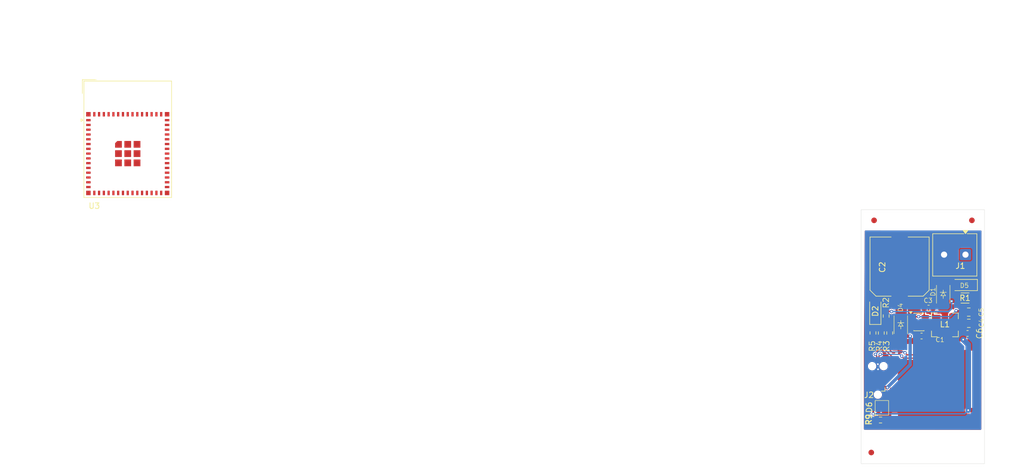
<source format=kicad_pcb>
(kicad_pcb (version 20241229) (generator "pcbnew") (generator_version "9.0")
  (layers (0 "F.Cu" signal) (2 "B.Cu" signal) (13 "F.Paste" user) (15 "B.Paste" user) (5 "F.SilkS" user "F.Silkscreen") (7 "B.SilkS" user "B.Silkscreen") (1 "F.Mask" user) (3 "B.Mask" user) (25 "Edge.Cuts" user))
  (net 0 "")
  (net 1 "/Buck/GND")
  (net 2 "/Buck/V_BUCK_IN")
  (net 3 "/Power/V_BUS_IN")
  (net 4 "/ESP32/BUS_IO")
  (net 5 "/ESP32/USB_5V")
  (net 6 "/RS485/V_BUS")
  (net 8 "/ESP32/D+")
  (net 9 "/ESP32/D-")
  (net 10 "/ESP32/BUS_TX")
  (net 11 "/ESP32/BUS_RX")
  (net 12 "/ESP32/Reset")
  (net 13 "/ESP32/LED")
  (net 15 "/Buck/BST")
  (net 16 "/Buck/SW")
  (net 17 "/Buck/3V3")
  (footprint "Package_TO_SOT_SMD:TSOT-23-6" (layer "F.Cu") (at 163.47 57.2875)
    (property "Reference" "U1" (hide yes))
    (property "Value" "AP63203WU")
    (fp_line (start -0.91 -1.56) (end 0.91 -1.56) (stroke (width 0.12)) (layer "F.SilkS"))
    (fp_line (start -0.91 -1.51) (end -0.91 -1.56) (stroke (width 0.12)) (layer "F.SilkS"))
    (fp_line (start -0.91 1.56) (end -0.91 1.51) (stroke (width 0.12)) (layer "F.SilkS"))
    (fp_line (start 0.91 -1.56) (end 0.91 -1.51) (stroke (width 0.12)) (layer "F.SilkS"))
    (fp_line (start 0.91 1.51) (end 0.91 1.56) (stroke (width 0.12)) (layer "F.SilkS"))
    (fp_line (start 0.91 1.56) (end -0.91 1.56) (stroke (width 0.12)) (layer "F.SilkS"))
    (fp_poly (pts (xy -1.45 -1.51) (xy -1.69 -1.84) (xy -1.21 -1.84)) (stroke (width 0.12)) (fill yes) (layer "F.SilkS"))
    (pad "1" smd roundrect (at -1.1375 -0.95) (size 1.325 0.6) (layers "F.Cu" "F.Mask" "F.Paste") (net 17 "/Buck/3V3"))
    (pad "2" smd roundrect (at -1.1375 0) (size 1.325 0.6) (layers "F.Cu" "F.Mask" "F.Paste") (net 2 "/Buck/V_BUCK_IN"))
    (pad "3" smd roundrect (at -1.1375 0.95) (size 1.325 0.6) (layers "F.Cu" "F.Mask" "F.Paste") (net 2 "/Buck/V_BUCK_IN"))
    (pad "4" smd roundrect (at 1.1375 0.95) (size 1.325 0.6) (layers "F.Cu" "F.Mask" "F.Paste") (net 1 "/Buck/GND"))
    (pad "5" smd roundrect (at 1.1375 0) (size 1.325 0.6) (layers "F.Cu" "F.Mask" "F.Paste") (net 16 "/Buck/SW"))
    (pad "6" smd roundrect (at 1.1375 -0.95) (size 1.325 0.6) (layers "F.Cu" "F.Mask" "F.Paste") (net 15 "/Buck/BST"))
  )
  (footprint "Fiducial:Fiducial_1mm_Mask3mm" (layer "F.Cu") (at 155.5 39.2)
    (property "Reference" "REF**" (hide yes))
    (property "Value" "Fiducial_1mm_Mask3mm")
    (pad "" smd circle (at 0 0) (size 1 1) (layers "F.Cu" "F.Mask") (clearance 1.1))
  )
  (footprint "RF_Module:ESP32-S2-MINI-1" (layer "F.Cu") (at 22.725 24.775)
    (property "Reference" "U3" (at -5.95 11.85 0) (layer "F.SilkS"))
    (property "Value" "ESP32-S3-MINI-1")
    (fp_line (start -8.075 -10.6) (end -8.075 -8.15) (stroke (width 0.12)) (layer "F.SilkS"))
    (fp_line (start -8.075 -10.6) (end -5.625 -10.6) (stroke (width 0.12)) (layer "F.SilkS"))
    (fp_line (start -7.8 -10.35) (end 7.8 -10.35) (stroke (width 0.12)) (layer "F.SilkS"))
    (fp_line (start -7.8 10.35) (end -7.8 -10.35) (stroke (width 0.12)) (layer "F.SilkS"))
    (fp_line (start 7.8 -10.35) (end 7.8 10.35) (stroke (width 0.12)) (layer "F.SilkS"))
    (fp_line (start 7.8 10.35) (end -7.8 10.35) (stroke (width 0.12)) (layer "F.SilkS"))
    (fp_poly (pts (xy -7.975 -3.4) (xy -8.311 -3.16) (xy -8.311 -3.64) (xy -7.975 -3.4)) (stroke (width 0.12)) (fill yes) (layer "F.SilkS"))
    (pad "1" smd rect (at -7 -3.4) (size 0.8 0.4) (layers "F.Cu" "F.Mask" "F.Paste") (net 1 "/Buck/GND"))
    (pad "2" smd rect (at -7 -2.55) (size 0.8 0.4) (layers "F.Cu" "F.Mask" "F.Paste") (net 1 "/Buck/GND"))
    (pad "3" smd rect (at -7 -1.7) (size 0.8 0.4) (layers "F.Cu" "F.Mask" "F.Paste") (net 17 "/Buck/3V3"))
    (pad "4" smd rect (at -7 -0.85) (size 0.8 0.4) (layers "F.Cu" "F.Mask" "F.Paste"))
    (pad "5" smd rect (at -7 0) (size 0.8 0.4) (layers "F.Cu" "F.Mask" "F.Paste"))
    (pad "6" smd rect (at -7 0.85) (size 0.8 0.4) (layers "F.Cu" "F.Mask" "F.Paste"))
    (pad "7" smd rect (at -7 1.7) (size 0.8 0.4) (layers "F.Cu" "F.Mask" "F.Paste"))
    (pad "8" smd rect (at -7 2.55) (size 0.8 0.4) (layers "F.Cu" "F.Mask" "F.Paste"))
    (pad "9" smd rect (at -7 3.4) (size 0.8 0.4) (layers "F.Cu" "F.Mask" "F.Paste"))
    (pad "10" smd rect (at -7 4.25) (size 0.8 0.4) (layers "F.Cu" "F.Mask" "F.Paste"))
    (pad "11" smd rect (at -7 5.1) (size 0.8 0.4) (layers "F.Cu" "F.Mask" "F.Paste"))
    (pad "12" smd rect (at -7 5.95) (size 0.8 0.4) (layers "F.Cu" "F.Mask" "F.Paste"))
    (pad "13" smd rect (at -7 6.8) (size 0.8 0.4) (layers "F.Cu" "F.Mask" "F.Paste"))
    (pad "14" smd rect (at -7 7.65) (size 0.8 0.4) (layers "F.Cu" "F.Mask" "F.Paste"))
    (pad "15" smd rect (at -7 8.5) (size 0.8 0.4) (layers "F.Cu" "F.Mask" "F.Paste"))
    (pad "16" smd rect (at -5.95 9.55 90) (size 0.8 0.4) (layers "F.Cu" "F.Mask" "F.Paste"))
    (pad "17" smd rect (at -5.1 9.55 90) (size 0.8 0.4) (layers "F.Cu" "F.Mask" "F.Paste"))
    (pad "18" smd rect (at -4.25 9.55 90) (size 0.8 0.4) (layers "F.Cu" "F.Mask" "F.Paste"))
    (pad "19" smd rect (at -3.4 9.55 90) (size 0.8 0.4) (layers "F.Cu" "F.Mask" "F.Paste"))
    (pad "20" smd rect (at -2.55 9.55 90) (size 0.8 0.4) (layers "F.Cu" "F.Mask" "F.Paste"))
    (pad "21" smd rect (at -1.7 9.55 90) (size 0.8 0.4) (layers "F.Cu" "F.Mask" "F.Paste"))
    (pad "22" smd rect (at -0.85 9.55 90) (size 0.8 0.4) (layers "F.Cu" "F.Mask" "F.Paste"))
    (pad "23" smd rect (at 0 9.55 90) (size 0.8 0.4) (layers "F.Cu" "F.Mask" "F.Paste"))
    (pad "24" smd rect (at 0.85 9.55 90) (size 0.8 0.4) (layers "F.Cu" "F.Mask" "F.Paste") (net 9 "/ESP32/D-"))
    (pad "25" smd rect (at 1.7 9.55 90) (size 0.8 0.4) (layers "F.Cu" "F.Mask" "F.Paste") (net 8 "/ESP32/D+"))
    (pad "26" smd rect (at 2.55 9.55 90) (size 0.8 0.4) (layers "F.Cu" "F.Mask" "F.Paste"))
    (pad "27" smd rect (at 3.4 9.55 90) (size 0.8 0.4) (layers "F.Cu" "F.Mask" "F.Paste"))
    (pad "28" smd rect (at 4.25 9.55 90) (size 0.8 0.4) (layers "F.Cu" "F.Mask" "F.Paste"))
    (pad "29" smd rect (at 5.1 9.55 90) (size 0.8 0.4) (layers "F.Cu" "F.Mask" "F.Paste"))
    (pad "30" smd rect (at 5.95 9.55 90) (size 0.8 0.4) (layers "F.Cu" "F.Mask" "F.Paste"))
    (pad "31" smd rect (at 7 8.5) (size 0.8 0.4) (layers "F.Cu" "F.Mask" "F.Paste") (net 10 "/ESP32/BUS_TX"))
    (pad "32" smd rect (at 7 7.65) (size 0.8 0.4) (layers "F.Cu" "F.Mask" "F.Paste") (net 11 "/ESP32/BUS_RX"))
    (pad "33" smd rect (at 7 6.8) (size 0.8 0.4) (layers "F.Cu" "F.Mask" "F.Paste"))
    (pad "34" smd rect (at 7 5.95) (size 0.8 0.4) (layers "F.Cu" "F.Mask" "F.Paste"))
    (pad "35" smd rect (at 7 5.1) (size 0.8 0.4) (layers "F.Cu" "F.Mask" "F.Paste"))
    (pad "36" smd rect (at 7 4.25) (size 0.8 0.4) (layers "F.Cu" "F.Mask" "F.Paste"))
    (pad "37" smd rect (at 7 3.4) (size 0.8 0.4) (layers "F.Cu" "F.Mask" "F.Paste"))
    (pad "38" smd rect (at 7 2.55) (size 0.8 0.4) (layers "F.Cu" "F.Mask" "F.Paste"))
    (pad "39" smd rect (at 7 1.7) (size 0.8 0.4) (layers "F.Cu" "F.Mask" "F.Paste"))
    (pad "40" smd rect (at 7 0.85) (size 0.8 0.4) (layers "F.Cu" "F.Mask" "F.Paste"))
    (pad "41" smd rect (at 7 0) (size 0.8 0.4) (layers "F.Cu" "F.Mask" "F.Paste") (net 13 "/ESP32/LED"))
    (pad "42" smd rect (at 7 -0.85) (size 0.8 0.4) (layers "F.Cu" "F.Mask" "F.Paste") (net 1 "/Buck/GND"))
    (pad "43" smd rect (at 7 -1.7) (size 0.8 0.4) (layers "F.Cu" "F.Mask" "F.Paste") (net 1 "/Buck/GND"))
    (pad "44" smd rect (at 7 -2.55) (size 0.8 0.4) (layers "F.Cu" "F.Mask" "F.Paste"))
    (pad "45" smd rect (at 7 -3.4) (size 0.8 0.4) (layers "F.Cu" "F.Mask" "F.Paste") (net 12 "/ESP32/Reset"))
    (pad "46" smd rect (at 5.95 -4.45 90) (size 0.8 0.4) (layers "F.Cu" "F.Mask" "F.Paste") (net 1 "/Buck/GND"))
    (pad "47" smd rect (at 5.1 -4.45 90) (size 0.8 0.4) (layers "F.Cu" "F.Mask" "F.Paste") (net 1 "/Buck/GND"))
    (pad "48" smd rect (at 4.25 -4.45 90) (size 0.8 0.4) (layers "F.Cu" "F.Mask" "F.Paste") (net 1 "/Buck/GND"))
    (pad "49" smd rect (at 3.4 -4.45 90) (size 0.8 0.4) (layers "F.Cu" "F.Mask" "F.Paste") (net 1 "/Buck/GND"))
    (pad "50" smd rect (at 2.55 -4.45 90) (size 0.8 0.4) (layers "F.Cu" "F.Mask" "F.Paste") (net 1 "/Buck/GND"))
    (pad "51" smd rect (at 1.7 -4.45 90) (size 0.8 0.4) (layers "F.Cu" "F.Mask" "F.Paste") (net 1 "/Buck/GND"))
    (pad "52" smd rect (at 0.85 -4.45 90) (size 0.8 0.4) (layers "F.Cu" "F.Mask" "F.Paste") (net 1 "/Buck/GND"))
    (pad "53" smd rect (at 0 -4.45 90) (size 0.8 0.4) (layers "F.Cu" "F.Mask" "F.Paste") (net 1 "/Buck/GND"))
    (pad "54" smd rect (at -0.85 -4.45 90) (size 0.8 0.4) (layers "F.Cu" "F.Mask" "F.Paste") (net 1 "/Buck/GND"))
    (pad "55" smd rect (at -1.7 -4.45 90) (size 0.8 0.4) (layers "F.Cu" "F.Mask" "F.Paste") (net 1 "/Buck/GND"))
    (pad "56" smd rect (at -2.55 -4.45 90) (size 0.8 0.4) (layers "F.Cu" "F.Mask" "F.Paste") (net 1 "/Buck/GND"))
    (pad "57" smd rect (at -3.4 -4.45 90) (size 0.8 0.4) (layers "F.Cu" "F.Mask" "F.Paste") (net 1 "/Buck/GND"))
    (pad "58" smd rect (at -4.25 -4.45 90) (size 0.8 0.4) (layers "F.Cu" "F.Mask" "F.Paste") (net 1 "/Buck/GND"))
    (pad "59" smd rect (at -5.1 -4.45 90) (size 0.8 0.4) (layers "F.Cu" "F.Mask" "F.Paste") (net 1 "/Buck/GND"))
    (pad "60" smd rect (at -5.95 -4.45 90) (size 0.8 0.4) (layers "F.Cu" "F.Mask" "F.Paste") (net 1 "/Buck/GND"))
    (pad "61" smd roundrect (at -1.65 0.9) (size 1.2 1.2) (property pad_prop_heatsink) (layers "F.Cu" "F.Mask" "F.Paste") (roundrect_rratio 0) (chamfer_ratio 0.33) (chamfer top_left) (net 1 "/Buck/GND"))
    (pad "61" smd rect (at -1.65 2.55) (size 1.2 1.2) (property pad_prop_heatsink) (layers "F.Cu" "F.Mask" "F.Paste") (net 1 "/Buck/GND"))
    (pad "61" smd rect (at -1.65 4.2) (size 1.2 1.2) (property pad_prop_heatsink) (layers "F.Cu" "F.Mask" "F.Paste") (net 1 "/Buck/GND"))
    (pad "61" smd rect (at 0 0.9) (size 1.2 1.2) (property pad_prop_heatsink) (layers "F.Cu" "F.Mask" "F.Paste") (net 1 "/Buck/GND"))
    (pad "61" smd rect (at 0 2.55) (size 1.2 1.2) (property pad_prop_heatsink) (layers "F.Cu" "F.Mask" "F.Paste") (net 1 "/Buck/GND"))
    (pad "61" smd rect (at 0 4.2) (size 1.2 1.2) (property pad_prop_heatsink) (layers "F.Cu" "F.Mask" "F.Paste") (net 1 "/Buck/GND"))
    (pad "61" smd rect (at 1.65 0.9) (size 1.2 1.2) (property pad_prop_heatsink) (layers "F.Cu" "F.Mask" "F.Paste") (net 1 "/Buck/GND"))
    (pad "61" smd rect (at 1.65 2.55) (size 1.2 1.2) (property pad_prop_heatsink) (layers "F.Cu" "F.Mask" "F.Paste") (net 1 "/Buck/GND"))
    (pad "61" smd rect (at 1.65 4.2) (size 1.2 1.2) (property pad_prop_heatsink) (layers "F.Cu" "F.Mask" "F.Paste") (net 1 "/Buck/GND"))
    (pad "62" smd rect (at -7 -4.45) (size 0.8 0.8) (layers "F.Cu" "F.Mask" "F.Paste") (net 1 "/Buck/GND"))
    (pad "63" smd rect (at -7 9.55) (size 0.8 0.8) (layers "F.Cu" "F.Mask" "F.Paste") (net 1 "/Buck/GND"))
    (pad "64" smd rect (at 7 9.55) (size 0.8 0.8) (layers "F.Cu" "F.Mask" "F.Paste") (net 1 "/Buck/GND"))
    (pad "65" smd rect (at 7 -4.45) (size 0.8 0.8) (layers "F.Cu" "F.Mask" "F.Paste") (net 1 "/Buck/GND"))
    (zone (net 0) (net_name "") (layers "F.Cu" "B.Cu") (name "Antenna") (connect_pads (clearance 0)) (min_thickness 0.254)
      (keepout (tracks not_allowed) (vias not_allowed) (pads not_allowed) (copperpour not_allowed) (footprints not_allowed))
      (fill (thermal_gap 0.508) (thermal_bridge_width 0.508))
      (polygon (pts (xy 45.425 19.525) (xy 0.025 19.525) (xy 0.025 0.025) (xy 45.425 0.025)))
    )
  )
  (footprint "Capacitor_SMD:C_0805_2012Metric" (layer "F.Cu") (at 172.34 55.52)
    (property "Reference" "C5" (at 2.22 0.03 90) (layer "F.SilkS") (effects (font (size 0.8 0.8) (thickness 0.1))))
    (property "Value" "22uF")
    (fp_line (start -0.261252 -0.735) (end 0.261252 -0.735) (stroke (width 0.12)) (layer "F.SilkS"))
    (fp_line (start -0.261252 0.735) (end 0.261252 0.735) (stroke (width 0.12)) (layer "F.SilkS"))
    (pad "1" smd roundrect (at -0.95 0) (size 1 1.45) (layers "F.Cu" "F.Mask" "F.Paste") (net 17 "/Buck/3V3"))
    (pad "2" smd roundrect (at 0.95 0) (size 1 1.45) (layers "F.Cu" "F.Mask" "F.Paste") (net 1 "/Buck/GND"))
  )
  (footprint "123:LED_SK6805D-OPSCO_2.1x2.1mm" (layer "F.Cu") (at 156.89 72.555 90)
    (property "Reference" "D6" (at 0.095 -2.26 90) (layer "F.SilkS"))
    (property "Value" "WS2812B-2020")
    (fp_rect (start -1.3 -1.2) (end 1.3 1.2) (stroke (width 0.1)) (fill no) (layer "F.SilkS"))
    (fp_circle (center -1.3 -1.2) (end -1.2 -1.2) (stroke (width 0.1)) (fill no) (layer "F.SilkS"))
    (pad "1" smd rect (at -0.625 -0.6 90) (size 0.8 0.7) (layers "F.Cu" "F.Mask" "F.Paste"))
    (pad "2" smd rect (at -0.625 0.6 90) (size 0.8 0.7) (layers "F.Cu" "F.Mask" "F.Paste") (net 1 "/Buck/GND"))
    (pad "3" smd rect (at 0.625 0.6 90) (size 0.8 0.7) (layers "F.Cu" "F.Mask" "F.Paste") (net 13 "/ESP32/LED"))
    (pad "4" smd rect (at 0.625 -0.6 90) (size 0.8 0.7) (layers "F.Cu" "F.Mask" "F.Paste") (net 17 "/Buck/3V3"))
  )
  (footprint "Resistor_SMD:R_0603_1608Metric" (layer "F.Cu") (at 156.645 74.72)
    (property "Reference" "R9" (at -2.085 -0.08 90) (layer "F.SilkS") (effects (font (thickness 0.2) (bold yes))))
    (property "Value" "10K")
    (fp_line (start -0.237258 -0.5225) (end 0.237258 -0.5225) (stroke (width 0.12)) (layer "F.SilkS"))
    (fp_line (start -0.237258 0.5225) (end 0.237258 0.5225) (stroke (width 0.12)) (layer "F.SilkS"))
    (pad "1" smd roundrect (at -0.825 0) (size 0.8 0.95) (layers "F.Cu" "F.Mask" "F.Paste") (net 17 "/Buck/3V3"))
    (pad "2" smd roundrect (at 0.825 0) (size 0.8 0.95) (layers "F.Cu" "F.Mask" "F.Paste") (net 12 "/ESP32/Reset"))
  )
  (footprint "123:D_SOD-123" (layer "F.Cu") (at 160.25 57.7675 -90)
    (property "Reference" "D4" (at -3.0675 0.05 270) (layer "F.SilkS") (effects (font (size 0.8 0.8) (thickness 0.1))))
    (property "Value" "SS14")
    (fp_line (start -1.6 1.2) (end 1.6 1.2) (stroke (width 0.1)) (layer "F.SilkS"))
    (fp_line (start 0.25 0.4) (end -0.35 0) (stroke (width 0.1)) (layer "F.SilkS"))
    (fp_line (start -0.75 0) (end -0.35 0) (stroke (width 0.1)) (layer "F.SilkS"))
    (fp_line (start -0.35 0) (end -0.35 0.55) (stroke (width 0.1)) (layer "F.SilkS"))
    (fp_line (start -0.35 0) (end 0.25 -0.4) (stroke (width 0.1)) (layer "F.SilkS"))
    (fp_line (start -0.35 0) (end -0.35 -0.55) (stroke (width 0.1)) (layer "F.SilkS"))
    (fp_line (start 0.25 0) (end 0.75 0) (stroke (width 0.1)) (layer "F.SilkS"))
    (fp_line (start 0.25 -0.4) (end 0.25 0.4) (stroke (width 0.1)) (layer "F.SilkS"))
    (fp_line (start -1.6 -1.2) (end 1.6 -1.2) (stroke (width 0.1)) (layer "F.SilkS"))
    (pad "1" smd roundrect (at -1.65 0 270) (size 1.4 1.9) (layers "F.Cu" "F.Mask" "F.Paste") (net 2 "/Buck/V_BUCK_IN"))
    (pad "2" smd roundrect (at 1.65 0 270) (size 1.4 1.9) (layers "F.Cu" "F.Mask" "F.Paste") (net 5 "/ESP32/USB_5V"))
  )
  (footprint "Resistor_SMD:R_0603_1608Metric" (layer "F.Cu") (at 158.28 59.2425 -90)
    (property "Reference" "R3" (at 2.3175 0.58 90) (layer "F.SilkS") (effects (font (thickness 0.125))))
    (property "Value" "R100K")
    (fp_line (start -0.237258 0.5225) (end 0.237258 0.5225) (stroke (width 0.12)) (layer "F.SilkS"))
    (fp_line (start -0.237258 -0.5225) (end 0.237258 -0.5225) (stroke (width 0.12)) (layer "F.SilkS"))
    (pad "1" smd roundrect (at -0.825 0 270) (size 0.8 0.95) (layers "F.Cu" "F.Mask" "F.Paste") (net 4 "/ESP32/BUS_IO"))
    (pad "2" smd roundrect (at 0.825 0 270) (size 0.8 0.95) (layers "F.Cu" "F.Mask" "F.Paste") (net 1 "/Buck/GND"))
  )
  (footprint "Capacitor_SMD:C_0603_1608Metric" (layer "F.Cu") (at 163.945 59.78)
    (property "Reference" "C1" (at 3.275 0.66 0) (layer "F.SilkS") (effects (font (size 0.8 0.8) (thickness 0.1))))
    (property "Value" "100nf")
    (fp_line (start -0.14058 -0.51) (end 0.14058 -0.51) (stroke (width 0.12)) (layer "F.SilkS"))
    (fp_line (start -0.14058 0.51) (end 0.14058 0.51) (stroke (width 0.12)) (layer "F.SilkS"))
    (pad "1" smd roundrect (at -0.775 0) (size 0.9 0.95) (layers "F.Cu" "F.Mask" "F.Paste") (net 2 "/Buck/V_BUCK_IN"))
    (pad "2" smd roundrect (at 0.775 0) (size 0.9 0.95) (layers "F.Cu" "F.Mask" "F.Paste") (net 1 "/Buck/GND"))
  )
  (footprint "Diode_SMD:D_SOD-123" (layer "F.Cu") (at 155.72 55.3575 90)
    (property "Reference" "D2" (at 0 0 90) (layer "F.SilkS"))
    (property "Value" "D3V6")
    (fp_line (start -2.36 -1) (end 1.65 -1) (stroke (width 0.12)) (layer "F.SilkS"))
    (fp_line (start -2.36 -1) (end -2.36 1) (stroke (width 0.12)) (layer "F.SilkS"))
    (fp_line (start -2.36 1) (end 1.65 1) (stroke (width 0.12)) (layer "F.SilkS"))
    (pad "1" smd roundrect (at -1.65 0 90) (size 0.9 1.2) (layers "F.Cu" "F.Mask" "F.Paste") (net 4 "/ESP32/BUS_IO"))
    (pad "2" smd roundrect (at 1.65 0 90) (size 0.9 1.2) (layers "F.Cu" "F.Mask" "F.Paste") (net 1 "/Buck/GND"))
  )
  (footprint "Capacitor_SMD:C_0603_1608Metric" (layer "F.Cu") (at 172.125 59.32)
    (property "Reference" "C6" (at 2.115 0 90) (layer "F.SilkS") (effects (font (thickness 0.125))))
    (property "Value" "100nf")
    (fp_line (start -0.14058 -0.51) (end 0.14058 -0.51) (stroke (width 0.12)) (layer "F.SilkS"))
    (fp_line (start -0.14058 0.51) (end 0.14058 0.51) (stroke (width 0.12)) (layer "F.SilkS"))
    (pad "1" smd roundrect (at -0.775 0) (size 0.9 0.95) (layers "F.Cu" "F.Mask" "F.Paste") (net 17 "/Buck/3V3"))
    (pad "2" smd roundrect (at 0.775 0) (size 0.9 0.95) (layers "F.Cu" "F.Mask" "F.Paste") (net 1 "/Buck/GND"))
  )
  (footprint "Inductor_SMD:L_Bourns-SRN4018" (layer "F.Cu") (at 168.095 57.8 180)
    (property "Reference" "L1" (at 0 0.1 0) (layer "F.SilkS"))
    (property "Value" "4.7uH")
    (fp_line (start 2.385 2.11) (end 2.385 1.085) (stroke (width 0.12)) (layer "F.SilkS"))
    (fp_line (start 2.385 2.11) (end 1.36 2.11) (stroke (width 0.12)) (layer "F.SilkS"))
    (fp_line (start 2.385 -2.11) (end 2.385 -1.085) (stroke (width 0.12)) (layer "F.SilkS"))
    (fp_line (start 2.385 -2.11) (end 1.36 -2.11) (stroke (width 0.12)) (layer "F.SilkS"))
    (fp_line (start -2.385 2.11) (end -1.36 2.11) (stroke (width 0.12)) (layer "F.SilkS"))
    (fp_line (start -2.385 2.11) (end -2.385 1.085) (stroke (width 0.12)) (layer "F.SilkS"))
    (fp_line (start -2.385 -2.11) (end -1.36 -2.11) (stroke (width 0.12)) (layer "F.SilkS"))
    (fp_line (start -2.385 -2.11) (end -2.385 -1.085) (stroke (width 0.12)) (layer "F.SilkS"))
    (pad "1" smd rect (at -1.525 0 180) (size 1.5 3.6) (layers "F.Cu" "F.Mask" "F.Paste") (net 17 "/Buck/3V3"))
    (pad "2" smd rect (at 1.525 0 180) (size 1.5 3.6) (layers "F.Cu" "F.Mask" "F.Paste") (net 16 "/Buck/SW"))
  )
  (footprint "Resistor_SMD:R_0603_1608Metric" (layer "F.Cu") (at 156.78 59.2425 90)
    (property "Reference" "R4" (at -2.3075 -0.35 90) (layer "F.SilkS") (effects (font (thickness 0.125))))
    (property "Value" "2K2")
    (fp_line (start -0.237258 -0.5225) (end 0.237258 -0.5225) (stroke (width 0.12)) (layer "F.SilkS"))
    (fp_line (start -0.237258 0.5225) (end 0.237258 0.5225) (stroke (width 0.12)) (layer "F.SilkS"))
    (pad "1" smd roundrect (at -0.825 0 90) (size 0.8 0.95) (layers "F.Cu" "F.Mask" "F.Paste") (net 10 "/ESP32/BUS_TX"))
    (pad "2" smd roundrect (at 0.825 0 90) (size 0.8 0.95) (layers "F.Cu" "F.Mask" "F.Paste") (net 4 "/ESP32/BUS_IO"))
  )
  (footprint "Resistor_SMD:R_0603_1608Metric" (layer "F.Cu") (at 157.65 56.2225 -90)
    (property "Reference" "R2" (at -2.3725 0.03 90) (layer "F.SilkS") (effects (font (thickness 0.125))))
    (property "Value" "R47K")
    (fp_line (start -0.237258 0.5225) (end 0.237258 0.5225) (stroke (width 0.12)) (layer "F.SilkS"))
    (fp_line (start -0.237258 -0.5225) (end 0.237258 -0.5225) (stroke (width 0.12)) (layer "F.SilkS"))
    (pad "1" smd roundrect (at -0.825 0 270) (size 0.8 0.95) (layers "F.Cu" "F.Mask" "F.Paste") (net 3 "/Power/V_BUS_IN"))
    (pad "2" smd roundrect (at 0.825 0 270) (size 0.8 0.95) (layers "F.Cu" "F.Mask" "F.Paste") (net 4 "/ESP32/BUS_IO"))
  )
  (footprint "123:D_SOD-123" (layer "F.Cu") (at 167.8 52.35 -90)
    (property "Reference" "D1" (at -0.43 1.82 270) (layer "F.SilkS") (effects (font (size 0.8 0.8) (thickness 0.1))))
    (property "Value" "SS34")
    (fp_line (start -1.6 1.2) (end 1.6 1.2) (stroke (width 0.1)) (layer "F.SilkS"))
    (fp_line (start 0.25 0.4) (end -0.35 0) (stroke (width 0.1)) (layer "F.SilkS"))
    (fp_line (start -0.75 0) (end -0.35 0) (stroke (width 0.1)) (layer "F.SilkS"))
    (fp_line (start -0.35 0) (end -0.35 0.55) (stroke (width 0.1)) (layer "F.SilkS"))
    (fp_line (start -0.35 0) (end 0.25 -0.4) (stroke (width 0.1)) (layer "F.SilkS"))
    (fp_line (start -0.35 0) (end -0.35 -0.55) (stroke (width 0.1)) (layer "F.SilkS"))
    (fp_line (start 0.25 0) (end 0.75 0) (stroke (width 0.1)) (layer "F.SilkS"))
    (fp_line (start 0.25 -0.4) (end 0.25 0.4) (stroke (width 0.1)) (layer "F.SilkS"))
    (fp_line (start -1.6 -1.2) (end 1.6 -1.2) (stroke (width 0.1)) (layer "F.SilkS"))
    (pad "1" smd roundrect (at -1.65 0 270) (size 1.4 1.9) (layers "F.Cu" "F.Mask" "F.Paste") (net 2 "/Buck/V_BUCK_IN"))
    (pad "2" smd roundrect (at 1.65 0 270) (size 1.4 1.9) (layers "F.Cu" "F.Mask" "F.Paste") (net 3 "/Power/V_BUS_IN"))
  )
  (footprint "123:D_SOD-123FL" (layer "F.Cu") (at 171.665 50.6975 180)
    (property "Reference" "D5" (at 0.1 -0.1 180) (layer "F.SilkS") (effects (font (size 0.8 0.8) (thickness 0.1))))
    (property "Value" "SMF24A")
    (fp_line (start -2.21 0.99) (end 1.8 0.99) (stroke (width 0.12)) (layer "F.SilkS"))
    (fp_line (start -2.21 -1.01) (end 1.8 -1.01) (stroke (width 0.12)) (layer "F.SilkS"))
    (fp_line (start -2.21 -1.01) (end -2.21 0.99) (stroke (width 0.12)) (layer "F.SilkS"))
    (pad "1" smd roundrect (at -1.5 -0.01 180) (size 1.2 1.2) (layers "F.Cu" "F.Mask" "F.Paste") (net 6 "/RS485/V_BUS"))
    (pad "2" smd roundrect (at 1.7 -0.01 180) (size 1.2 1.2) (layers "F.Cu" "F.Mask" "F.Paste") (net 1 "/Buck/GND"))
  )
  (footprint "Capacitor_SMD:C_0805_2012Metric" (layer "F.Cu") (at 172.35 57.52)
    (property "Reference" "C4" (at 2.25 -0.06 90) (layer "F.SilkS") (effects (font (size 0.8 0.8) (thickness 0.1))))
    (property "Value" "22uF")
    (fp_line (start -0.261252 -0.735) (end 0.261252 -0.735) (stroke (width 0.12)) (layer "F.SilkS"))
    (fp_line (start -0.261252 0.735) (end 0.261252 0.735) (stroke (width 0.12)) (layer "F.SilkS"))
    (pad "1" smd roundrect (at -0.95 0) (size 1 1.45) (layers "F.Cu" "F.Mask" "F.Paste") (net 17 "/Buck/3V3"))
    (pad "2" smd roundrect (at 0.95 0) (size 1 1.45) (layers "F.Cu" "F.Mask" "F.Paste") (net 1 "/Buck/GND"))
  )
  (footprint "Fiducial:Fiducial_1mm_Mask3mm" (layer "F.Cu") (at 155 80.5)
    (property "Reference" "REF**" (hide yes))
    (property "Value" "Fiducial_1mm_Mask3mm")
    (pad "" smd circle (at 0 0) (size 1 1) (layers "F.Cu" "F.Mask") (clearance 1.1))
  )
  (footprint "Capacitor_SMD:C_0603_1608Metric" (layer "F.Cu") (at 165.19 54.81 180)
    (property "Reference" "C3" (at 0.08 1.35 0) (layer "F.SilkS") (effects (font (size 0.8 0.8) (thickness 0.1))))
    (property "Value" "100nf")
    (fp_line (start -0.14058 0.51) (end 0.14058 0.51) (stroke (width 0.12)) (layer "F.SilkS"))
    (fp_line (start -0.14058 -0.51) (end 0.14058 -0.51) (stroke (width 0.12)) (layer "F.SilkS"))
    (pad "1" smd roundrect (at -0.775 0 180) (size 0.9 0.95) (layers "F.Cu" "F.Mask" "F.Paste") (net 16 "/Buck/SW"))
    (pad "2" smd roundrect (at 0.775 0 180) (size 0.9 0.95) (layers "F.Cu" "F.Mask" "F.Paste") (net 15 "/Buck/BST"))
  )
  (footprint "Resistor_SMD:R_0603_1608Metric" (layer "F.Cu") (at 155.3 59.2325 90)
    (property "Reference" "R5" (at -2.3375 -0.14 90) (layer "F.SilkS") (effects (font (thickness 0.125))))
    (property "Value" "2K2")
    (fp_line (start -0.237258 -0.5225) (end 0.237258 -0.5225) (stroke (width 0.12)) (layer "F.SilkS"))
    (fp_line (start -0.237258 0.5225) (end 0.237258 0.5225) (stroke (width 0.12)) (layer "F.SilkS"))
    (pad "1" smd roundrect (at -0.825 0 90) (size 0.8 0.95) (layers "F.Cu" "F.Mask" "F.Paste") (net 11 "/ESP32/BUS_RX"))
    (pad "2" smd roundrect (at 0.825 0 90) (size 0.8 0.95) (layers "F.Cu" "F.Mask" "F.Paste") (net 4 "/ESP32/BUS_IO"))
  )
  (footprint "123:CP_Elec_10x10" (layer "F.Cu") (at 160.04 47.43 90)
    (property "Reference" "C2" (at -0.1 -3.075 90) (layer "F.SilkS"))
    (property "Value" "470uf")
    (fp_line (start 5.26 -5.26) (end 5.26 -1.51) (stroke (width 0.12)) (layer "F.SilkS"))
    (fp_line (start -4.195563 -5.26) (end 5.26 -5.26) (stroke (width 0.12)) (layer "F.SilkS"))
    (fp_line (start -5.26 -4.195563) (end -4.195563 -5.26) (stroke (width 0.12)) (layer "F.SilkS"))
    (fp_line (start -5.26 -4.195563) (end -5.26 -1.51) (stroke (width 0.12)) (layer "F.SilkS"))
    (fp_line (start -5.26 4.195563) (end -5.26 1.51) (stroke (width 0.12)) (layer "F.SilkS"))
    (fp_line (start -5.26 4.195563) (end -4.195563 5.26) (stroke (width 0.12)) (layer "F.SilkS"))
    (fp_line (start 5.26 5.26) (end 5.26 1.51) (stroke (width 0.12)) (layer "F.SilkS"))
    (fp_line (start -4.195563 5.26) (end 5.26 5.26) (stroke (width 0.12)) (layer "F.SilkS"))
    (pad "1" smd roundrect (at -4 0 90) (size 4 2.5) (layers "F.Cu" "F.Mask" "F.Paste") (roundrect_rratio 0.1) (net 2 "/Buck/V_BUCK_IN"))
    (pad "2" smd roundrect (at 4 0 90) (size 4 2.5) (layers "F.Cu" "F.Mask" "F.Paste") (roundrect_rratio 0.1) (net 1 "/Buck/GND"))
  )
  (footprint "Connector:Tag-Connect_TC2030-IDC-NL_2x03_P1.27mm_Vertical" (layer "F.Cu") (at 156.17 67.68 90)
    (property "Reference" "J2" (at -2.6 -1.58 0) (layer "F.SilkS"))
    (property "Value" "TC2030")
    (fp_line (start -1.27 1.27) (end -1.905 1.27) (stroke (width 0.12)) (layer "F.SilkS"))
    (fp_line (start -1.905 1.27) (end -1.905 0.635) (stroke (width 0.12)) (layer "F.SilkS"))
    (pad "" np_thru_hole circle (at -2.54 0 90) (size 0.9906 0.9906) (drill 0.9906) (layers "*.Cu" "*.Mask"))
    (pad "" np_thru_hole circle (at 2.54 -1.016 90) (size 0.9906 0.9906) (drill 0.9906) (layers "*.Cu" "*.Mask"))
    (pad "" np_thru_hole circle (at 2.54 1.016 90) (size 0.9906 0.9906) (drill 0.9906) (layers "*.Cu" "*.Mask"))
    (pad "1" connect circle (at -1.27 0.635 90) (size 0.7874 0.7874) (layers "F.Cu" "F.Mask") (net 5 "/ESP32/USB_5V"))
    (pad "2" connect circle (at -1.27 -0.635 90) (size 0.7874 0.7874) (layers "F.Cu" "F.Mask"))
    (pad "3" connect circle (at 0 0.635 90) (size 0.7874 0.7874) (layers "F.Cu" "F.Mask") (net 9 "/ESP32/D-"))
    (pad "4" connect circle (at 0 -0.635 90) (size 0.7874 0.7874) (layers "F.Cu" "F.Mask") (net 8 "/ESP32/D+"))
    (pad "5" connect circle (at 1.27 0.635 90) (size 0.7874 0.7874) (layers "F.Cu" "F.Mask") (net 1 "/Buck/GND"))
    (pad "6" connect circle (at 1.27 -0.635 90) (size 0.7874 0.7874) (layers "F.Cu" "F.Mask"))
    (zone (net 0) (net_name "") (layer "F.Cu") (connect_pads (clearance 0)) (min_thickness 0.254)
      (keepout (tracks allowed) (vias not_allowed) (pads allowed) (copperpour not_allowed) (footprints not_allowed))
      (fill (thermal_gap 0.508) (thermal_bridge_width 0.508))
      (polygon (pts (xy 155.535 66.41) (xy 155.535 68.95) (xy 156.805 68.95) (xy 156.805 66.41)))
    )
  )
  (footprint "Resistor_SMD:R_1206_3216Metric" (layer "F.Cu") (at 171.68 53.02)
    (property "Reference" "R1" (at 0 0 0) (layer "F.SilkS"))
    (property "Value" "10R")
    (fp_line (start -0.727064 -0.91) (end 0.727064 -0.91) (stroke (width 0.12)) (layer "F.SilkS"))
    (fp_line (start -0.727064 0.91) (end 0.727064 0.91) (stroke (width 0.12)) (layer "F.SilkS"))
    (pad "1" smd roundrect (at -1.4625 0) (size 1.125 1.75) (layers "F.Cu" "F.Mask" "F.Paste") (roundrect_rratio 0.222222) (net 3 "/Power/V_BUS_IN"))
    (pad "2" smd roundrect (at 1.4625 0) (size 1.125 1.75) (layers "F.Cu" "F.Mask" "F.Paste") (roundrect_rratio 0.222222) (net 6 "/RS485/V_BUS"))
  )
  (footprint "TerminalBlock_Phoenix:TerminalBlock_Phoenix_MKDS-1-2-3.81_1x02_P3.81mm_Horizontal" (layer "F.Cu") (at 171.76 45.3 180)
    (property "Reference" "J1" (at 0.91 -2 0) (layer "F.SilkS"))
    (property "Value" "Terminal_block_2p")
    (fp_line (start 5.83 3.72) (end 0.3 3.72) (stroke (width 0.12)) (layer "F.SilkS"))
    (fp_line (start 5.83 -3.82) (end 5.83 3.72) (stroke (width 0.12)) (layer "F.SilkS"))
    (fp_line (start -0.3 3.72) (end -2.02 3.72) (stroke (width 0.12)) (layer "F.SilkS"))
    (fp_line (start -2.02 3.72) (end -2.02 -3.82) (stroke (width 0.12)) (layer "F.SilkS"))
    (fp_line (start -2.02 -3.82) (end 5.83 -3.82) (stroke (width 0.12)) (layer "F.SilkS"))
    (fp_poly (pts (xy 0 3.72) (xy 0.44 4.33) (xy -0.44 4.33)) (stroke (width 0.12)) (fill yes) (layer "F.SilkS"))
    (pad "1" thru_hole roundrect (at 0 0 180) (size 2 2) (drill 1.1) (layers "*.Cu" "*.Mask") (roundrect_rratio 0.125) (net 6 "/RS485/V_BUS"))
    (pad "2" thru_hole circle (at 3.81 0 180) (size 2 2) (drill 1.1) (layers "*.Cu" "*.Mask") (net 1 "/Buck/GND"))
  )
  (footprint "Fiducial:Fiducial_1mm_Mask3mm" (layer "F.Cu") (at 172.9 39.2)
    (property "Reference" "REF**" (hide yes))
    (property "Value" "Fiducial_1mm_Mask3mm")
    (pad "" smd circle (at 0 0) (size 1 1) (layers "F.Cu" "F.Mask") (clearance 1.1))
  )
  (gr_rect (start 153.18 37.31) (end 175.14 82.48) (stroke (width 0.05)) (fill no) (layer "Edge.Cuts"))
  (via (at 156.2 65.7) (size 0.6) (drill 0.3) (layers "F.Cu" "B.Cu") (net 1))
  (via (at 156.17 64.78) (size 0.6) (drill 0.3) (layers "F.Cu" "B.Cu") (net 1))
  (segment (start 160.84 50.63) (end 160.04 51.43) (width 1) (layer "F.Cu") (net 2))
  (segment (start 167.82 50.63) (end 160.84 50.63) (width 1) (layer "F.Cu") (net 2))
  (segment (start 158.5775 55.3975) (end 158.6 55.42) (width 0.3) (layer "F.Cu") (net 3))
  (segment (start 157.65 55.3975) (end 158.5775 55.3975) (width 0.3) (layer "F.Cu") (net 3))
  (via (at 169.3 53.58) (size 0.6) (drill 0.3) (layers "F.Cu" "B.Cu") (net 3))
  (via (at 158.6 55.42) (size 0.6) (drill 0.3) (layers "F.Cu" "B.Cu") (net 3))
  (segment (start 168.76 55.42) (end 158.6 55.42) (width 0.3) (layer "B.Cu") (net 3))
  (segment (start 169.3 54.88) (end 168.76 55.42) (width 0.3) (layer "B.Cu") (net 3))
  (segment (start 169.3 53.58) (end 169.3 54.88) (width 0.3) (layer "B.Cu") (net 3))
  (segment (start 157.46 56.9525) (end 157.61 57.1025) (width 0.6) (layer "F.Cu") (net 4))
  (segment (start 156.805 68.95) (end 157.85 68.95) (width 0.6) (layer "F.Cu") (net 5))
  (segment (start 157.85 68.95) (end 157.86 68.94) (width 0.6) (layer "F.Cu") (net 5))
  (segment (start 160.3925 59.81) (end 160.25 59.6675) (width 0.6) (layer "F.Cu") (net 5))
  (segment (start 161.91 59.81) (end 160.3925 59.81) (width 0.6) (layer "F.Cu") (net 5))
  (via (at 157.86 68.94) (size 0.6) (drill 0.3) (layers "F.Cu" "B.Cu") (net 5))
  (via (at 161.91 59.81) (size 0.6) (drill 0.3) (layers "F.Cu" "B.Cu") (net 5))
  (segment (start 161.91 64.89) (end 161.91 59.81) (width 0.6) (layer "B.Cu") (net 5))
  (segment (start 157.86 68.94) (end 161.91 64.89) (width 0.6) (layer "B.Cu") (net 5))
  (segment (start 161.369823 63.123733) (end 160.996735 62.750645) (width 0.2) (layer "F.Cu") (net 8))
  (segment (start 163.735682 63.123733) (end 161.369823 63.123733) (width 0.2) (layer "F.Cu") (net 8))
  (segment (start 155.944999 63.243196) (end 155.745 63.043197) (width 0.2) (layer "F.Cu") (net 8))
  (segment (start 154.3077 66.4527) (end 154.3077 64.789451) (width 0.2) (layer "F.Cu") (net 8))
  (segment (start 164.46 61.92) (end 164.66 62.12) (width 0.2) (layer "F.Cu") (net 8))
  (segment (start 154.803451 64.2937) (end 155.690399 64.2937) (width 0.2) (layer "F.Cu") (net 8))
  (segment (start 164.66 62.12) (end 164.66 62.199415) (width 0.2) (layer "F.Cu") (net 8))
  (segment (start 155.535 67.68) (end 154.3077 66.4527) (width 0.2) (layer "F.Cu") (net 8))
  (segment (start 155.944999 64.039098) (end 155.944999 63.243196) (width 0.2) (layer "F.Cu") (net 8))
  (segment (start 155.945 64.039099) (end 155.944999 64.039098) (width 0.2) (layer "F.Cu") (net 8))
  (segment (start 164.46 61.72) (end 164.46 61.92) (width 0.2) (layer "F.Cu") (net 8))
  (segment (start 164.66 62.199415) (end 163.735682 63.123733) (width 0.2) (layer "F.Cu") (net 8))
  (segment (start 154.3077 64.789451) (end 154.803451 64.2937) (width 0.2) (layer "F.Cu") (net 8))
  (segment (start 155.690399 64.2937) (end 155.945 64.039099) (width 0.2) (layer "F.Cu") (net 8))
  (via (at 155.745 63.043197) (size 0.6) (drill 0.3) (layers "F.Cu" "B.Cu") (net 8))
  (via (at 160.996735 62.750645) (size 0.6) (drill 0.3) (layers "F.Cu" "B.Cu") (net 8))
  (segment (start 156.195057 62.593197) (end 156.195 62.593197) (width 0.2) (layer "B.Cu") (net 8))
  (segment (start 156.346057 62.442197) (end 156.195057 62.593197) (width 0.2) (layer "B.Cu") (net 8))
  (segment (start 156.994943 62.593197) (end 156.843943 62.442197) (width 0.2) (layer "B.Cu") (net 8))
  (segment (start 156.843943 62.442197) (end 156.346057 62.442197) (width 0.2) (layer "B.Cu") (net 8))
  (segment (start 160.839287 62.593197) (end 156.994943 62.593197) (width 0.2) (layer "B.Cu") (net 8))
  (segment (start 156.195 62.593197) (end 155.745 63.043197) (width 0.2) (layer "B.Cu") (net 8))
  (segment (start 160.996735 62.750645) (end 160.839287 62.593197) (width 0.2) (layer "B.Cu") (net 8))
  (segment (start 156.395001 63.243196) (end 156.595 63.043197) (width 0.2) (layer "F.Cu") (net 9))
  (segment (start 165.31 61.72) (end 165.31 61.92) (width 0.2) (layer "F.Cu") (net 9))
  (segment (start 160.768781 63.724775) (end 160.395693 63.351687) (width 0.2) (layer "F.Cu") (net 9))
  (segment (start 157.536549 64.2937) (end 156.649603 64.2937) (width 0.2) (layer "F.Cu") (net 9))
  (segment (start 156.805 67.392455) (end 158.0323 66.165155) (width 0.2) (layer "F.Cu") (net 9))
  (segment (start 165.11 62.385811) (end 164.336682 63.159129) (width 0.2) (layer "F.Cu") (net 9))
  (segment (start 163.771078 63.724733) (end 163.771036 63.724775) (width 0.2) (layer "F.Cu") (net 9))
  (segment (start 156.395001 64.039098) (end 156.395001 63.243196) (width 0.2) (layer "F.Cu") (net 9))
  (segment (start 165.31 61.92) (end 165.11 62.12) (width 0.2) (layer "F.Cu") (net 9))
  (segment (start 158.0323 66.165155) (end 158.0323 64.789451) (width 0.2) (layer "F.Cu") (net 9))
  (segment (start 158.0323 64.789451) (end 157.536549 64.2937) (width 0.2) (layer "F.Cu") (net 9))
  (segment (start 164.336682 63.372676) (end 163.984625 63.724733) (width 0.2) (layer "F.Cu") (net 9))
  (segment (start 163.984625 63.724733) (end 163.771078 63.724733) (width 0.2) (layer "F.Cu") (net 9))
  (segment (start 165.11 62.12) (end 165.11 62.385811) (width 0.2) (layer "F.Cu") (net 9))
  (segment (start 156.649603 64.2937) (end 156.395001 64.039098) (width 0.2) (layer "F.Cu") (net 9))
  (segment (start 163.771036 63.724775) (end 160.768781 63.724775) (width 0.2) (layer "F.Cu") (net 9))
  (segment (start 156.805 67.68) (end 156.805 67.392455) (width 0.2) (layer "F.Cu") (net 9))
  (segment (start 164.336682 63.159129) (end 164.336682 63.372676) (width 0.2) (layer "F.Cu") (net 9))
  (via (at 156.595 63.043197) (size 0.6) (drill 0.3) (layers "F.Cu" "B.Cu") (net 9))
  (via (at 160.395693 63.351687) (size 0.6) (drill 0.3) (layers "F.Cu" "B.Cu") (net 9))
  (segment (start 160.087203 63.043197) (end 156.595 63.043197) (width 0.2) (layer "B.Cu") (net 9))
  (segment (start 160.395693 63.351687) (end 160.087203 63.043197) (width 0.2) (layer "B.Cu") (net 9))
  (segment (start 156.78 60.742) (end 158.808 62.77) (width 0.2) (layer "F.Cu") (net 10))
  (segment (start 158.808 62.77) (end 159.16 62.77) (width 0.2) (layer "F.Cu") (net 10))
  (segment (start 156.78 60.0675) (end 156.78 60.742) (width 0.2) (layer "F.Cu") (net 10))
  (segment (start 158.8625 63.62) (end 159.16 63.62) (width 0.2) (layer "F.Cu") (net 11))
  (segment (start 155.3 60.0575) (end 158.8625 63.62) (width 0.2) (layer "F.Cu") (net 11))
  (segment (start 157.47 74.72) (end 159.11 74.72) (width 0.2) (layer "F.Cu") (net 12))
  (segment (start 159.11 74.72) (end 159.16 74.67) (width 0.2) (layer "F.Cu") (net 12))
  (segment (start 157.49 71.93) (end 158.15 71.27) (width 0.2) (layer "F.Cu") (net 13))
  (segment (start 158.15 71.27) (end 159.16 71.27) (width 0.2) (layer "F.Cu") (net 13))
  (segment (start 164.415 54.81) (end 164.415 56.145) (width 0.3) (layer "F.Cu") (net 15))
  (segment (start 164.415 56.145) (end 164.6075 56.3375) (width 0.3) (layer "F.Cu") (net 15))
  (segment (start 165.965 57.195) (end 166.57 57.8) (width 0.3) (layer "F.Cu") (net 16))
  (segment (start 165.965 54.81) (end 165.965 57.195) (width 0.3) (layer "F.Cu") (net 16))
  (segment (start 164.6075 57.2875) (end 166.0575 57.2875) (width 0.8) (layer "F.Cu") (net 16))
  (segment (start 166.0575 57.2875) (end 166.57 57.8) (width 0.8) (layer "F.Cu") (net 16))
  (segment (start 171.13 55.26) (end 171.39 55.52) (width 0.25) (layer "F.Cu") (net 17))
  (segment (start 155.35 73.62) (end 155.35 72.87) (width 0.3) (layer "F.Cu") (net 17))
  (segment (start 163.3925 56.3375) (end 163.4 56.33) (width 0.25) (layer "F.Cu") (net 17))
  (segment (start 155.82 74.72) (end 155.82 74.09) (width 0.3) (layer "F.Cu") (net 17))
  (segment (start 170.1 55.26) (end 171.13 55.26) (width 0.25) (layer "F.Cu") (net 17))
  (segment (start 155.35 72.87) (end 156.29 71.93) (width 0.3) (layer "F.Cu") (net 17))
  (segment (start 171.35 60.41) (end 171.35 59.32) (width 1) (layer "F.Cu") (net 17))
  (segment (start 173.16 72.97) (end 172.25 72.97) (width 0.8) (layer "F.Cu") (net 17))
  (segment (start 155.82 74.09) (end 155.35 73.62) (width 0.3) (layer "F.Cu") (net 17))
  (segment (start 162.3325 56.3375) (end 163.3925 56.3375) (width 0.25) (layer "F.Cu") (net 17))
  (via (at 155.35 73.62) (size 0.6) (drill 0.3) (layers "F.Cu" "B.Cu") (net 17))
  (via (at 170.1 55.26) (size 0.6) (drill 0.3) (layers "F.Cu" "B.Cu") (net 17))
  (via (at 171.35 60.41) (size 0.6) (drill 0.3) (layers "F.Cu" "B.Cu") (net 17))
  (via (at 172.25 72.97) (size 0.6) (drill 0.3) (layers "F.Cu" "B.Cu") (net 17))
  (via (at 163.4 56.33) (size 0.6) (drill 0.3) (layers "F.Cu" "B.Cu") (net 17))
  (segment (start 169.03 56.33) (end 170.1 55.26) (width 0.25) (layer "B.Cu") (net 17))
  (segment (start 172.25 61.31) (end 171.35 60.41) (width 1) (layer "B.Cu") (net 17))
  (segment (start 172.25 72.97) (end 171.6 73.62) (width 0.3) (layer "B.Cu") (net 17))
  (segment (start 172.25 72.97) (end 172.25 61.31) (width 1) (layer "B.Cu") (net 17))
  (segment (start 163.4 56.33) (end 169.03 56.33) (width 0.25) (layer "B.Cu") (net 17))
  (segment (start 171.6 73.62) (end 155.35 73.62) (width 0.3) (layer "B.Cu") (net 17))
  (zone (net 1) (net_name "/Buck/GND") (layer "F.Cu") (connect_pads yes (clearance 0.2)) (min_thickness 0.25) (fill yes (thermal_gap 0.5) (thermal_bridge_width 0.5))
    (polygon (pts (xy 153.85 41) (xy 174.6 41.02) (xy 174.57 76.46) (xy 153.57 76.44)))
  )
  (zone (net 4) (net_name "/ESP32/BUS_IO") (layer "F.Cu") (connect_pads yes (clearance 0.2)) (min_thickness 0.25) (fill yes (thermal_gap 0.5) (thermal_bridge_width 0.5))
    (polygon (pts (xy 158.8 56.55) (xy 158.78 58.84) (xy 154.78 58.84) (xy 154.79 56.55)))
  )
  (zone (net 2) (net_name "/Buck/V_BUCK_IN") (layer "F.Cu") (priority 4) (connect_pads yes (clearance 0.2)) (min_thickness 0.25) (fill yes (thermal_gap 0.5) (thermal_bridge_width 0.5) (island_removal_mode 1) (island_area_min 10))
    (polygon (pts (xy 163.606645 59.47824) (xy 163.186645 57.13824) (xy 161.316645 57.15824) (xy 161.316645 53.25824) (xy 158.776645 53.25824) (xy 159.336645 55.20824) (xy 159.336645 58.70824) (xy 162.161645 58.73824) (xy 162.759167 60.225273) (xy 163.61 60.24824)))
  )
  (zone (net 17) (net_name "/Buck/3V3") (layer "F.Cu") (priority 2) (connect_pads yes (clearance 0.2)) (min_thickness 0.25) (fill yes (thermal_gap 0.5) (thermal_bridge_width 0.5) (island_removal_mode 1) (island_area_min 10))
    (polygon (pts (xy 171.89 54.8) (xy 171.91 60.74) (xy 168.87 60.74) (xy 168.87 55.81)))
  )
  (zone (net 3) (net_name "/Power/V_BUS_IN") (layer "F.Cu") (priority 1) (connect_pads yes (clearance 0.2)) (min_thickness 0.25) (fill yes (thermal_gap 0.5) (thermal_bridge_width 0.5) (island_removal_mode 1) (island_area_min 10))
    (polygon (pts (xy 170.78 52.14) (xy 166.92 52.14) (xy 166.92 55.23) (xy 169.24 55.25) (xy 169.24 53.91) (xy 170.78 53.91)))
  )
  (zone (net 6) (net_name "/RS485/V_BUS") (layer "F.Cu") (priority 3) (connect_pads yes (clearance 0.2)) (min_thickness 0.25) (fill yes (thermal_gap 0.5) (thermal_bridge_width 0.5) (island_removal_mode 1) (island_area_min 10))
    (polygon (pts (xy 173.76 53.91) (xy 173.76 44.1) (xy 170.56 44.11) (xy 170.56 46.51) (xy 172.35 49.89) (xy 172.36 53.9)))
  )
  (zone (net 1) (net_name "/Buck/GND") (layer "B.Cu") (priority 5) (connect_pads yes (clearance 0.2)) (min_thickness 0.25) (fill yes (thermal_gap 0.5) (thermal_bridge_width 0.5))
    (polygon (pts (xy 153.85 41) (xy 174.6 41) (xy 174.57 76.46) (xy 153.69 76.45)))
  )
)
</source>
